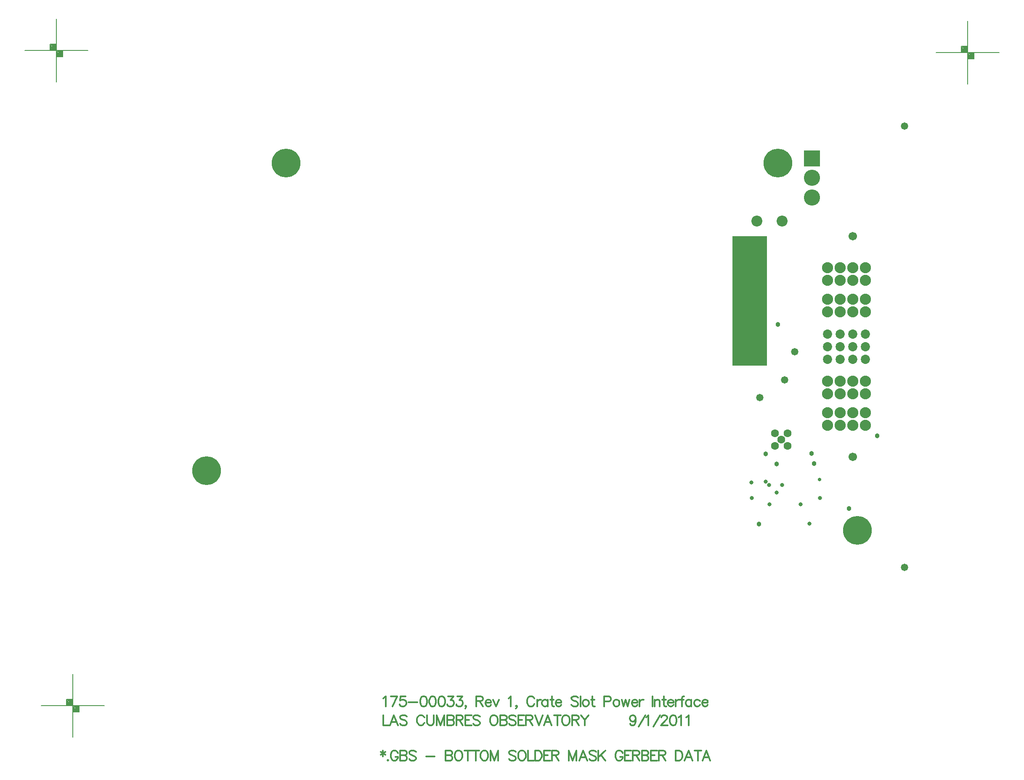
<source format=gbs>
%FSLAX23Y23*%
%MOIN*%
G70*
G01*
G75*
G04 Layer_Color=16711935*
%ADD10R,0.135X0.070*%
%ADD11O,0.024X0.079*%
%ADD12R,0.036X0.036*%
%ADD13O,0.014X0.067*%
%ADD14R,0.059X0.039*%
%ADD15R,0.050X0.050*%
%ADD16R,0.070X0.135*%
%ADD17C,0.010*%
%ADD18C,0.020*%
%ADD19C,0.012*%
%ADD20C,0.008*%
%ADD21C,0.012*%
%ADD22C,0.012*%
%ADD23C,0.220*%
%ADD24C,0.050*%
%ADD25C,0.059*%
%ADD26C,0.080*%
%ADD27C,0.065*%
%ADD28C,0.079*%
%ADD29C,0.120*%
%ADD30R,0.120X0.120*%
%ADD31C,0.055*%
%ADD32C,0.030*%
%ADD33C,0.024*%
%ADD34C,0.020*%
%ADD35C,0.040*%
%ADD36C,0.005*%
%ADD37C,0.206*%
%ADD38C,0.150*%
%ADD39C,0.190*%
%ADD40C,0.092*%
%ADD41C,0.110*%
%ADD42C,0.073*%
%ADD43C,0.055*%
%ADD44C,0.068*%
%ADD45C,0.087*%
%ADD46C,0.007*%
%ADD47C,0.010*%
%ADD48C,0.024*%
%ADD49C,0.010*%
%ADD50C,0.008*%
%ADD51C,0.006*%
%ADD52C,0.007*%
%ADD53C,0.039*%
%ADD54R,0.239X0.139*%
%ADD55R,0.143X0.078*%
%ADD56O,0.032X0.087*%
%ADD57R,0.044X0.044*%
%ADD58O,0.022X0.075*%
%ADD59R,0.067X0.047*%
%ADD60R,0.058X0.058*%
%ADD61R,0.078X0.143*%
%ADD62C,0.228*%
%ADD63C,0.058*%
%ADD64C,0.067*%
%ADD65C,0.088*%
%ADD66C,0.073*%
%ADD67C,0.087*%
%ADD68C,0.128*%
%ADD69R,0.128X0.128*%
%ADD70C,0.063*%
%ADD71C,0.038*%
%ADD72C,0.032*%
%ADD73C,0.028*%
%ADD74R,0.275X1.028*%
D19*
X22029Y14083D02*
Y14037D01*
X22010Y14072D02*
X22048Y14049D01*
Y14072D02*
X22010Y14049D01*
X22069Y14011D02*
X22065Y14007D01*
X22069Y14003D01*
X22072Y14007D01*
X22069Y14011D01*
X22147Y14064D02*
X22143Y14072D01*
X22136Y14079D01*
X22128Y14083D01*
X22113D01*
X22105Y14079D01*
X22098Y14072D01*
X22094Y14064D01*
X22090Y14053D01*
Y14034D01*
X22094Y14022D01*
X22098Y14015D01*
X22105Y14007D01*
X22113Y14003D01*
X22128D01*
X22136Y14007D01*
X22143Y14015D01*
X22147Y14022D01*
Y14034D01*
X22128D02*
X22147D01*
X22165Y14083D02*
Y14003D01*
Y14083D02*
X22200D01*
X22211Y14079D01*
X22215Y14075D01*
X22219Y14068D01*
Y14060D01*
X22215Y14053D01*
X22211Y14049D01*
X22200Y14045D01*
X22165D02*
X22200D01*
X22211Y14041D01*
X22215Y14037D01*
X22219Y14030D01*
Y14018D01*
X22215Y14011D01*
X22211Y14007D01*
X22200Y14003D01*
X22165D01*
X22290Y14072D02*
X22282Y14079D01*
X22271Y14083D01*
X22256D01*
X22244Y14079D01*
X22237Y14072D01*
Y14064D01*
X22240Y14056D01*
X22244Y14053D01*
X22252Y14049D01*
X22275Y14041D01*
X22282Y14037D01*
X22286Y14034D01*
X22290Y14026D01*
Y14015D01*
X22282Y14007D01*
X22271Y14003D01*
X22256D01*
X22244Y14007D01*
X22237Y14015D01*
X22371Y14037D02*
X22439D01*
X22526Y14083D02*
Y14003D01*
Y14083D02*
X22560D01*
X22571Y14079D01*
X22575Y14075D01*
X22579Y14068D01*
Y14060D01*
X22575Y14053D01*
X22571Y14049D01*
X22560Y14045D01*
X22526D02*
X22560D01*
X22571Y14041D01*
X22575Y14037D01*
X22579Y14030D01*
Y14018D01*
X22575Y14011D01*
X22571Y14007D01*
X22560Y14003D01*
X22526D01*
X22620Y14083D02*
X22612Y14079D01*
X22604Y14072D01*
X22601Y14064D01*
X22597Y14053D01*
Y14034D01*
X22601Y14022D01*
X22604Y14015D01*
X22612Y14007D01*
X22620Y14003D01*
X22635D01*
X22643Y14007D01*
X22650Y14015D01*
X22654Y14022D01*
X22658Y14034D01*
Y14053D01*
X22654Y14064D01*
X22650Y14072D01*
X22643Y14079D01*
X22635Y14083D01*
X22620D01*
X22703D02*
Y14003D01*
X22676Y14083D02*
X22730D01*
X22766D02*
Y14003D01*
X22739Y14083D02*
X22793D01*
X22825D02*
X22817Y14079D01*
X22810Y14072D01*
X22806Y14064D01*
X22802Y14053D01*
Y14034D01*
X22806Y14022D01*
X22810Y14015D01*
X22817Y14007D01*
X22825Y14003D01*
X22840D01*
X22848Y14007D01*
X22855Y14015D01*
X22859Y14022D01*
X22863Y14034D01*
Y14053D01*
X22859Y14064D01*
X22855Y14072D01*
X22848Y14079D01*
X22840Y14083D01*
X22825D01*
X22882D02*
Y14003D01*
Y14083D02*
X22912Y14003D01*
X22943Y14083D02*
X22912Y14003D01*
X22943Y14083D02*
Y14003D01*
X23082Y14072D02*
X23074Y14079D01*
X23063Y14083D01*
X23047D01*
X23036Y14079D01*
X23028Y14072D01*
Y14064D01*
X23032Y14056D01*
X23036Y14053D01*
X23044Y14049D01*
X23066Y14041D01*
X23074Y14037D01*
X23078Y14034D01*
X23082Y14026D01*
Y14015D01*
X23074Y14007D01*
X23063Y14003D01*
X23047D01*
X23036Y14007D01*
X23028Y14015D01*
X23122Y14083D02*
X23115Y14079D01*
X23107Y14072D01*
X23103Y14064D01*
X23100Y14053D01*
Y14034D01*
X23103Y14022D01*
X23107Y14015D01*
X23115Y14007D01*
X23122Y14003D01*
X23138D01*
X23145Y14007D01*
X23153Y14015D01*
X23157Y14022D01*
X23161Y14034D01*
Y14053D01*
X23157Y14064D01*
X23153Y14072D01*
X23145Y14079D01*
X23138Y14083D01*
X23122D01*
X23179D02*
Y14003D01*
X23225D01*
X23234Y14083D02*
Y14003D01*
Y14083D02*
X23260D01*
X23272Y14079D01*
X23279Y14072D01*
X23283Y14064D01*
X23287Y14053D01*
Y14034D01*
X23283Y14022D01*
X23279Y14015D01*
X23272Y14007D01*
X23260Y14003D01*
X23234D01*
X23354Y14083D02*
X23305D01*
Y14003D01*
X23354D01*
X23305Y14045D02*
X23335D01*
X23368Y14083D02*
Y14003D01*
Y14083D02*
X23402D01*
X23413Y14079D01*
X23417Y14075D01*
X23421Y14068D01*
Y14060D01*
X23417Y14053D01*
X23413Y14049D01*
X23402Y14045D01*
X23368D01*
X23394D02*
X23421Y14003D01*
X23502Y14083D02*
Y14003D01*
Y14083D02*
X23532Y14003D01*
X23563Y14083D02*
X23532Y14003D01*
X23563Y14083D02*
Y14003D01*
X23647D02*
X23616Y14083D01*
X23586Y14003D01*
X23597Y14030D02*
X23635D01*
X23719Y14072D02*
X23711Y14079D01*
X23699Y14083D01*
X23684D01*
X23673Y14079D01*
X23665Y14072D01*
Y14064D01*
X23669Y14056D01*
X23673Y14053D01*
X23680Y14049D01*
X23703Y14041D01*
X23711Y14037D01*
X23715Y14034D01*
X23719Y14026D01*
Y14015D01*
X23711Y14007D01*
X23699Y14003D01*
X23684D01*
X23673Y14007D01*
X23665Y14015D01*
X23736Y14083D02*
Y14003D01*
X23790Y14083D02*
X23736Y14030D01*
X23755Y14049D02*
X23790Y14003D01*
X23928Y14064D02*
X23924Y14072D01*
X23916Y14079D01*
X23909Y14083D01*
X23893D01*
X23886Y14079D01*
X23878Y14072D01*
X23874Y14064D01*
X23870Y14053D01*
Y14034D01*
X23874Y14022D01*
X23878Y14015D01*
X23886Y14007D01*
X23893Y14003D01*
X23909D01*
X23916Y14007D01*
X23924Y14015D01*
X23928Y14022D01*
Y14034D01*
X23909D02*
X23928D01*
X23995Y14083D02*
X23946D01*
Y14003D01*
X23995D01*
X23946Y14045D02*
X23976D01*
X24009Y14083D02*
Y14003D01*
Y14083D02*
X24043D01*
X24054Y14079D01*
X24058Y14075D01*
X24062Y14068D01*
Y14060D01*
X24058Y14053D01*
X24054Y14049D01*
X24043Y14045D01*
X24009D01*
X24035D02*
X24062Y14003D01*
X24080Y14083D02*
Y14003D01*
Y14083D02*
X24114D01*
X24126Y14079D01*
X24129Y14075D01*
X24133Y14068D01*
Y14060D01*
X24129Y14053D01*
X24126Y14049D01*
X24114Y14045D01*
X24080D02*
X24114D01*
X24126Y14041D01*
X24129Y14037D01*
X24133Y14030D01*
Y14018D01*
X24129Y14011D01*
X24126Y14007D01*
X24114Y14003D01*
X24080D01*
X24201Y14083D02*
X24151D01*
Y14003D01*
X24201D01*
X24151Y14045D02*
X24182D01*
X24214Y14083D02*
Y14003D01*
Y14083D02*
X24248D01*
X24260Y14079D01*
X24264Y14075D01*
X24267Y14068D01*
Y14060D01*
X24264Y14053D01*
X24260Y14049D01*
X24248Y14045D01*
X24214D01*
X24241D02*
X24267Y14003D01*
X24348Y14083D02*
Y14003D01*
Y14083D02*
X24375D01*
X24386Y14079D01*
X24394Y14072D01*
X24398Y14064D01*
X24401Y14053D01*
Y14034D01*
X24398Y14022D01*
X24394Y14015D01*
X24386Y14007D01*
X24375Y14003D01*
X24348D01*
X24480D02*
X24450Y14083D01*
X24419Y14003D01*
X24431Y14030D02*
X24469D01*
X24526Y14083D02*
Y14003D01*
X24499Y14083D02*
X24552D01*
X24623Y14003D02*
X24592Y14083D01*
X24562Y14003D01*
X24573Y14030D02*
X24611D01*
D20*
X19321Y14441D02*
X19821D01*
X19571Y14191D02*
Y14691D01*
X19521Y14441D02*
Y14491D01*
X19571D01*
X19621Y14391D02*
Y14441D01*
X19571Y14391D02*
X19621D01*
X19576Y14436D02*
X19616D01*
Y14396D02*
Y14436D01*
X19576Y14396D02*
X19616D01*
X19576D02*
Y14436D01*
X19581Y14431D02*
X19611D01*
Y14401D02*
Y14431D01*
X19581Y14401D02*
X19611D01*
X19581D02*
Y14426D01*
X19586D02*
X19606D01*
Y14406D02*
Y14426D01*
X19586Y14406D02*
X19606D01*
X19586D02*
Y14421D01*
X19591D02*
X19601D01*
Y14411D02*
Y14421D01*
X19591Y14411D02*
X19601D01*
X19591D02*
Y14421D01*
Y14416D02*
X19601D01*
X19526Y14486D02*
X19566D01*
Y14446D02*
Y14486D01*
X19526Y14446D02*
X19566D01*
X19526D02*
Y14486D01*
X19531Y14481D02*
X19561D01*
Y14451D02*
Y14481D01*
X19531Y14451D02*
X19561D01*
X19531D02*
Y14476D01*
X19536D02*
X19556D01*
Y14456D02*
Y14476D01*
X19536Y14456D02*
X19556D01*
X19536D02*
Y14471D01*
X19541D02*
X19551D01*
Y14461D02*
Y14471D01*
X19541Y14461D02*
X19551D01*
X19541D02*
Y14471D01*
Y14466D02*
X19551D01*
X19192Y19635D02*
X19692D01*
X19442Y19385D02*
Y19885D01*
X19392Y19635D02*
Y19685D01*
X19442D01*
X19492Y19585D02*
Y19635D01*
X19442Y19585D02*
X19492D01*
X19447Y19630D02*
X19487D01*
Y19590D02*
Y19630D01*
X19447Y19590D02*
X19487D01*
X19447D02*
Y19630D01*
X19452Y19625D02*
X19482D01*
Y19595D02*
Y19625D01*
X19452Y19595D02*
X19482D01*
X19452D02*
Y19620D01*
X19457D02*
X19477D01*
Y19600D02*
Y19620D01*
X19457Y19600D02*
X19477D01*
X19457D02*
Y19615D01*
X19462D02*
X19472D01*
Y19605D02*
Y19615D01*
X19462Y19605D02*
X19472D01*
X19462D02*
Y19615D01*
Y19610D02*
X19472D01*
X19397Y19680D02*
X19437D01*
Y19640D02*
Y19680D01*
X19397Y19640D02*
X19437D01*
X19397D02*
Y19680D01*
X19402Y19675D02*
X19432D01*
Y19645D02*
Y19675D01*
X19402Y19645D02*
X19432D01*
X19402D02*
Y19670D01*
X19407D02*
X19427D01*
Y19650D02*
Y19670D01*
X19407Y19650D02*
X19427D01*
X19407D02*
Y19665D01*
X19412D02*
X19422D01*
Y19655D02*
Y19665D01*
X19412Y19655D02*
X19422D01*
X19412D02*
Y19665D01*
Y19660D02*
X19422D01*
X26412Y19619D02*
X26912D01*
X26662Y19369D02*
Y19869D01*
X26612Y19619D02*
Y19669D01*
X26662D01*
X26712Y19569D02*
Y19619D01*
X26662Y19569D02*
X26712D01*
X26667Y19614D02*
X26707D01*
Y19574D02*
Y19614D01*
X26667Y19574D02*
X26707D01*
X26667D02*
Y19614D01*
X26672Y19609D02*
X26702D01*
Y19579D02*
Y19609D01*
X26672Y19579D02*
X26702D01*
X26672D02*
Y19604D01*
X26677D02*
X26697D01*
Y19584D02*
Y19604D01*
X26677Y19584D02*
X26697D01*
X26677D02*
Y19599D01*
X26682D02*
X26692D01*
Y19589D02*
Y19599D01*
X26682Y19589D02*
X26692D01*
X26682D02*
Y19599D01*
Y19594D02*
X26692D01*
X26617Y19664D02*
X26657D01*
Y19624D02*
Y19664D01*
X26617Y19624D02*
X26657D01*
X26617D02*
Y19664D01*
X26622Y19659D02*
X26652D01*
Y19629D02*
Y19659D01*
X26622Y19629D02*
X26652D01*
X26622D02*
Y19654D01*
X26627D02*
X26647D01*
Y19634D02*
Y19654D01*
X26627Y19634D02*
X26647D01*
X26627D02*
Y19649D01*
X26632D02*
X26642D01*
Y19639D02*
Y19649D01*
X26632Y19639D02*
X26642D01*
X26632D02*
Y19649D01*
Y19644D02*
X26642D01*
D21*
X22031Y14498D02*
X22039Y14502D01*
X22050Y14514D01*
Y14434D01*
X22143Y14514D02*
X22105Y14434D01*
X22090Y14514D02*
X22143D01*
X22207D02*
X22169D01*
X22165Y14479D01*
X22169Y14483D01*
X22180Y14487D01*
X22192D01*
X22203Y14483D01*
X22211Y14476D01*
X22215Y14464D01*
Y14457D01*
X22211Y14445D01*
X22203Y14438D01*
X22192Y14434D01*
X22180D01*
X22169Y14438D01*
X22165Y14441D01*
X22161Y14449D01*
X22232Y14468D02*
X22301D01*
X22347Y14514D02*
X22336Y14510D01*
X22328Y14498D01*
X22325Y14479D01*
Y14468D01*
X22328Y14449D01*
X22336Y14438D01*
X22347Y14434D01*
X22355D01*
X22367Y14438D01*
X22374Y14449D01*
X22378Y14468D01*
Y14479D01*
X22374Y14498D01*
X22367Y14510D01*
X22355Y14514D01*
X22347D01*
X22419D02*
X22407Y14510D01*
X22400Y14498D01*
X22396Y14479D01*
Y14468D01*
X22400Y14449D01*
X22407Y14438D01*
X22419Y14434D01*
X22426D01*
X22438Y14438D01*
X22445Y14449D01*
X22449Y14468D01*
Y14479D01*
X22445Y14498D01*
X22438Y14510D01*
X22426Y14514D01*
X22419D01*
X22490D02*
X22478Y14510D01*
X22471Y14498D01*
X22467Y14479D01*
Y14468D01*
X22471Y14449D01*
X22478Y14438D01*
X22490Y14434D01*
X22498D01*
X22509Y14438D01*
X22517Y14449D01*
X22520Y14468D01*
Y14479D01*
X22517Y14498D01*
X22509Y14510D01*
X22498Y14514D01*
X22490D01*
X22546D02*
X22588D01*
X22565Y14483D01*
X22576D01*
X22584Y14479D01*
X22588Y14476D01*
X22592Y14464D01*
Y14457D01*
X22588Y14445D01*
X22580Y14438D01*
X22569Y14434D01*
X22557D01*
X22546Y14438D01*
X22542Y14441D01*
X22538Y14449D01*
X22617Y14514D02*
X22659D01*
X22636Y14483D01*
X22648D01*
X22655Y14479D01*
X22659Y14476D01*
X22663Y14464D01*
Y14457D01*
X22659Y14445D01*
X22651Y14438D01*
X22640Y14434D01*
X22629D01*
X22617Y14438D01*
X22613Y14441D01*
X22610Y14449D01*
X22688Y14438D02*
X22685Y14434D01*
X22681Y14438D01*
X22685Y14441D01*
X22688Y14438D01*
Y14430D01*
X22685Y14422D01*
X22681Y14418D01*
X22769Y14514D02*
Y14434D01*
Y14514D02*
X22803D01*
X22814Y14510D01*
X22818Y14506D01*
X22822Y14498D01*
Y14491D01*
X22818Y14483D01*
X22814Y14479D01*
X22803Y14476D01*
X22769D01*
X22795D02*
X22822Y14434D01*
X22840Y14464D02*
X22886D01*
Y14472D01*
X22882Y14479D01*
X22878Y14483D01*
X22870Y14487D01*
X22859D01*
X22851Y14483D01*
X22844Y14476D01*
X22840Y14464D01*
Y14457D01*
X22844Y14445D01*
X22851Y14438D01*
X22859Y14434D01*
X22870D01*
X22878Y14438D01*
X22886Y14445D01*
X22903Y14487D02*
X22926Y14434D01*
X22948Y14487D02*
X22926Y14434D01*
X23024Y14498D02*
X23032Y14502D01*
X23043Y14514D01*
Y14434D01*
X23091Y14438D02*
X23087Y14434D01*
X23083Y14438D01*
X23087Y14441D01*
X23091Y14438D01*
Y14430D01*
X23087Y14422D01*
X23083Y14418D01*
X23228Y14495D02*
X23224Y14502D01*
X23217Y14510D01*
X23209Y14514D01*
X23194D01*
X23186Y14510D01*
X23179Y14502D01*
X23175Y14495D01*
X23171Y14483D01*
Y14464D01*
X23175Y14453D01*
X23179Y14445D01*
X23186Y14438D01*
X23194Y14434D01*
X23209D01*
X23217Y14438D01*
X23224Y14445D01*
X23228Y14453D01*
X23251Y14487D02*
Y14434D01*
Y14464D02*
X23254Y14476D01*
X23262Y14483D01*
X23270Y14487D01*
X23281D01*
X23334D02*
Y14434D01*
Y14476D02*
X23326Y14483D01*
X23319Y14487D01*
X23307D01*
X23300Y14483D01*
X23292Y14476D01*
X23288Y14464D01*
Y14457D01*
X23292Y14445D01*
X23300Y14438D01*
X23307Y14434D01*
X23319D01*
X23326Y14438D01*
X23334Y14445D01*
X23367Y14514D02*
Y14449D01*
X23370Y14438D01*
X23378Y14434D01*
X23386D01*
X23355Y14487D02*
X23382D01*
X23397Y14464D02*
X23443D01*
Y14472D01*
X23439Y14479D01*
X23435Y14483D01*
X23428Y14487D01*
X23416D01*
X23409Y14483D01*
X23401Y14476D01*
X23397Y14464D01*
Y14457D01*
X23401Y14445D01*
X23409Y14438D01*
X23416Y14434D01*
X23428D01*
X23435Y14438D01*
X23443Y14445D01*
X23576Y14502D02*
X23569Y14510D01*
X23557Y14514D01*
X23542D01*
X23530Y14510D01*
X23523Y14502D01*
Y14495D01*
X23527Y14487D01*
X23530Y14483D01*
X23538Y14479D01*
X23561Y14472D01*
X23569Y14468D01*
X23572Y14464D01*
X23576Y14457D01*
Y14445D01*
X23569Y14438D01*
X23557Y14434D01*
X23542D01*
X23530Y14438D01*
X23523Y14445D01*
X23594Y14514D02*
Y14434D01*
X23630Y14487D02*
X23622Y14483D01*
X23615Y14476D01*
X23611Y14464D01*
Y14457D01*
X23615Y14445D01*
X23622Y14438D01*
X23630Y14434D01*
X23641D01*
X23649Y14438D01*
X23657Y14445D01*
X23660Y14457D01*
Y14464D01*
X23657Y14476D01*
X23649Y14483D01*
X23641Y14487D01*
X23630D01*
X23689Y14514D02*
Y14449D01*
X23693Y14438D01*
X23701Y14434D01*
X23708D01*
X23678Y14487D02*
X23705D01*
X23783Y14472D02*
X23817D01*
X23828Y14476D01*
X23832Y14479D01*
X23836Y14487D01*
Y14498D01*
X23832Y14506D01*
X23828Y14510D01*
X23817Y14514D01*
X23783D01*
Y14434D01*
X23873Y14487D02*
X23865Y14483D01*
X23858Y14476D01*
X23854Y14464D01*
Y14457D01*
X23858Y14445D01*
X23865Y14438D01*
X23873Y14434D01*
X23884D01*
X23892Y14438D01*
X23900Y14445D01*
X23903Y14457D01*
Y14464D01*
X23900Y14476D01*
X23892Y14483D01*
X23884Y14487D01*
X23873D01*
X23921D02*
X23936Y14434D01*
X23951Y14487D02*
X23936Y14434D01*
X23951Y14487D02*
X23967Y14434D01*
X23982Y14487D02*
X23967Y14434D01*
X24000Y14464D02*
X24046D01*
Y14472D01*
X24042Y14479D01*
X24039Y14483D01*
X24031Y14487D01*
X24019D01*
X24012Y14483D01*
X24004Y14476D01*
X24000Y14464D01*
Y14457D01*
X24004Y14445D01*
X24012Y14438D01*
X24019Y14434D01*
X24031D01*
X24039Y14438D01*
X24046Y14445D01*
X24063Y14487D02*
Y14434D01*
Y14464D02*
X24067Y14476D01*
X24075Y14483D01*
X24082Y14487D01*
X24094D01*
X24164Y14514D02*
Y14434D01*
X24181Y14487D02*
Y14434D01*
Y14472D02*
X24192Y14483D01*
X24200Y14487D01*
X24211D01*
X24219Y14483D01*
X24222Y14472D01*
Y14434D01*
X24255Y14514D02*
Y14449D01*
X24259Y14438D01*
X24266Y14434D01*
X24274D01*
X24243Y14487D02*
X24270D01*
X24285Y14464D02*
X24331D01*
Y14472D01*
X24327Y14479D01*
X24323Y14483D01*
X24316Y14487D01*
X24304D01*
X24297Y14483D01*
X24289Y14476D01*
X24285Y14464D01*
Y14457D01*
X24289Y14445D01*
X24297Y14438D01*
X24304Y14434D01*
X24316D01*
X24323Y14438D01*
X24331Y14445D01*
X24348Y14487D02*
Y14434D01*
Y14464D02*
X24352Y14476D01*
X24360Y14483D01*
X24367Y14487D01*
X24379D01*
X24416Y14514D02*
X24409D01*
X24401Y14510D01*
X24397Y14498D01*
Y14434D01*
X24386Y14487D02*
X24413D01*
X24473D02*
Y14434D01*
Y14476D02*
X24466Y14483D01*
X24458Y14487D01*
X24447D01*
X24439Y14483D01*
X24432Y14476D01*
X24428Y14464D01*
Y14457D01*
X24432Y14445D01*
X24439Y14438D01*
X24447Y14434D01*
X24458D01*
X24466Y14438D01*
X24473Y14445D01*
X24541Y14476D02*
X24533Y14483D01*
X24525Y14487D01*
X24514D01*
X24506Y14483D01*
X24499Y14476D01*
X24495Y14464D01*
Y14457D01*
X24499Y14445D01*
X24506Y14438D01*
X24514Y14434D01*
X24525D01*
X24533Y14438D01*
X24541Y14445D01*
X24558Y14464D02*
X24603D01*
Y14472D01*
X24600Y14479D01*
X24596Y14483D01*
X24588Y14487D01*
X24577D01*
X24569Y14483D01*
X24561Y14476D01*
X24558Y14464D01*
Y14457D01*
X24561Y14445D01*
X24569Y14438D01*
X24577Y14434D01*
X24588D01*
X24596Y14438D01*
X24603Y14445D01*
D22*
X22031Y14364D02*
Y14284D01*
X22077D01*
X22147D02*
X22116Y14364D01*
X22086Y14284D01*
X22097Y14310D02*
X22135D01*
X22219Y14352D02*
X22211Y14360D01*
X22200Y14364D01*
X22184D01*
X22173Y14360D01*
X22165Y14352D01*
Y14345D01*
X22169Y14337D01*
X22173Y14333D01*
X22181Y14329D01*
X22204Y14322D01*
X22211Y14318D01*
X22215Y14314D01*
X22219Y14307D01*
Y14295D01*
X22211Y14287D01*
X22200Y14284D01*
X22184D01*
X22173Y14287D01*
X22165Y14295D01*
X22357Y14345D02*
X22353Y14352D01*
X22345Y14360D01*
X22338Y14364D01*
X22322D01*
X22315Y14360D01*
X22307Y14352D01*
X22303Y14345D01*
X22299Y14333D01*
Y14314D01*
X22303Y14303D01*
X22307Y14295D01*
X22315Y14287D01*
X22322Y14284D01*
X22338D01*
X22345Y14287D01*
X22353Y14295D01*
X22357Y14303D01*
X22379Y14364D02*
Y14307D01*
X22383Y14295D01*
X22391Y14287D01*
X22402Y14284D01*
X22410D01*
X22421Y14287D01*
X22429Y14295D01*
X22432Y14307D01*
Y14364D01*
X22454D02*
Y14284D01*
Y14364D02*
X22485Y14284D01*
X22515Y14364D02*
X22485Y14284D01*
X22515Y14364D02*
Y14284D01*
X22538Y14364D02*
Y14284D01*
Y14364D02*
X22573D01*
X22584Y14360D01*
X22588Y14356D01*
X22592Y14348D01*
Y14341D01*
X22588Y14333D01*
X22584Y14329D01*
X22573Y14326D01*
X22538D02*
X22573D01*
X22584Y14322D01*
X22588Y14318D01*
X22592Y14310D01*
Y14299D01*
X22588Y14291D01*
X22584Y14287D01*
X22573Y14284D01*
X22538D01*
X22610Y14364D02*
Y14284D01*
Y14364D02*
X22644D01*
X22655Y14360D01*
X22659Y14356D01*
X22663Y14348D01*
Y14341D01*
X22659Y14333D01*
X22655Y14329D01*
X22644Y14326D01*
X22610D01*
X22636D02*
X22663Y14284D01*
X22730Y14364D02*
X22681D01*
Y14284D01*
X22730D01*
X22681Y14326D02*
X22711D01*
X22797Y14352D02*
X22789Y14360D01*
X22778Y14364D01*
X22763D01*
X22751Y14360D01*
X22744Y14352D01*
Y14345D01*
X22747Y14337D01*
X22751Y14333D01*
X22759Y14329D01*
X22782Y14322D01*
X22789Y14318D01*
X22793Y14314D01*
X22797Y14307D01*
Y14295D01*
X22789Y14287D01*
X22778Y14284D01*
X22763D01*
X22751Y14287D01*
X22744Y14295D01*
X22900Y14364D02*
X22893Y14360D01*
X22885Y14352D01*
X22881Y14345D01*
X22878Y14333D01*
Y14314D01*
X22881Y14303D01*
X22885Y14295D01*
X22893Y14287D01*
X22900Y14284D01*
X22916D01*
X22923Y14287D01*
X22931Y14295D01*
X22935Y14303D01*
X22939Y14314D01*
Y14333D01*
X22935Y14345D01*
X22931Y14352D01*
X22923Y14360D01*
X22916Y14364D01*
X22900D01*
X22957D02*
Y14284D01*
Y14364D02*
X22992D01*
X23003Y14360D01*
X23007Y14356D01*
X23011Y14348D01*
Y14341D01*
X23007Y14333D01*
X23003Y14329D01*
X22992Y14326D01*
X22957D02*
X22992D01*
X23003Y14322D01*
X23007Y14318D01*
X23011Y14310D01*
Y14299D01*
X23007Y14291D01*
X23003Y14287D01*
X22992Y14284D01*
X22957D01*
X23082Y14352D02*
X23074Y14360D01*
X23063Y14364D01*
X23048D01*
X23036Y14360D01*
X23028Y14352D01*
Y14345D01*
X23032Y14337D01*
X23036Y14333D01*
X23044Y14329D01*
X23067Y14322D01*
X23074Y14318D01*
X23078Y14314D01*
X23082Y14307D01*
Y14295D01*
X23074Y14287D01*
X23063Y14284D01*
X23048D01*
X23036Y14287D01*
X23028Y14295D01*
X23149Y14364D02*
X23100D01*
Y14284D01*
X23149D01*
X23100Y14326D02*
X23130D01*
X23163Y14364D02*
Y14284D01*
Y14364D02*
X23197D01*
X23208Y14360D01*
X23212Y14356D01*
X23216Y14348D01*
Y14341D01*
X23212Y14333D01*
X23208Y14329D01*
X23197Y14326D01*
X23163D01*
X23189D02*
X23216Y14284D01*
X23234Y14364D02*
X23264Y14284D01*
X23295Y14364D02*
X23264Y14284D01*
X23366D02*
X23335Y14364D01*
X23305Y14284D01*
X23316Y14310D02*
X23354D01*
X23411Y14364D02*
Y14284D01*
X23385Y14364D02*
X23438D01*
X23470D02*
X23463Y14360D01*
X23455Y14352D01*
X23451Y14345D01*
X23447Y14333D01*
Y14314D01*
X23451Y14303D01*
X23455Y14295D01*
X23463Y14287D01*
X23470Y14284D01*
X23486D01*
X23493Y14287D01*
X23501Y14295D01*
X23505Y14303D01*
X23508Y14314D01*
Y14333D01*
X23505Y14345D01*
X23501Y14352D01*
X23493Y14360D01*
X23486Y14364D01*
X23470D01*
X23527D02*
Y14284D01*
Y14364D02*
X23561D01*
X23573Y14360D01*
X23577Y14356D01*
X23580Y14348D01*
Y14341D01*
X23577Y14333D01*
X23573Y14329D01*
X23561Y14326D01*
X23527D01*
X23554D02*
X23580Y14284D01*
X23598Y14364D02*
X23629Y14326D01*
Y14284D01*
X23659Y14364D02*
X23629Y14326D01*
X24033Y14337D02*
X24029Y14326D01*
X24022Y14318D01*
X24010Y14314D01*
X24007D01*
X23995Y14318D01*
X23987Y14326D01*
X23984Y14337D01*
Y14341D01*
X23987Y14352D01*
X23995Y14360D01*
X24007Y14364D01*
X24010D01*
X24022Y14360D01*
X24029Y14352D01*
X24033Y14337D01*
Y14318D01*
X24029Y14299D01*
X24022Y14287D01*
X24010Y14284D01*
X24003D01*
X23991Y14287D01*
X23987Y14295D01*
X24055Y14272D02*
X24108Y14364D01*
X24114Y14348D02*
X24121Y14352D01*
X24133Y14364D01*
Y14284D01*
X24172Y14272D02*
X24226Y14364D01*
X24235Y14345D02*
Y14348D01*
X24238Y14356D01*
X24242Y14360D01*
X24250Y14364D01*
X24265D01*
X24273Y14360D01*
X24277Y14356D01*
X24280Y14348D01*
Y14341D01*
X24277Y14333D01*
X24269Y14322D01*
X24231Y14284D01*
X24284D01*
X24325Y14364D02*
X24314Y14360D01*
X24306Y14348D01*
X24302Y14329D01*
Y14318D01*
X24306Y14299D01*
X24314Y14287D01*
X24325Y14284D01*
X24333D01*
X24344Y14287D01*
X24352Y14299D01*
X24355Y14318D01*
Y14329D01*
X24352Y14348D01*
X24344Y14360D01*
X24333Y14364D01*
X24325D01*
X24373Y14348D02*
X24381Y14352D01*
X24392Y14364D01*
Y14284D01*
X24432Y14348D02*
X24440Y14352D01*
X24451Y14364D01*
Y14284D01*
D62*
X21260Y18744D02*
D03*
X25157D02*
D03*
X20630Y16303D02*
D03*
X25787Y15831D02*
D03*
D63*
X26161Y15538D02*
D03*
Y19038D02*
D03*
X25016Y16882D02*
D03*
X25211Y17022D02*
D03*
X25291Y17248D02*
D03*
D64*
X25751Y16413D02*
D03*
Y18163D02*
D03*
D65*
X25851Y17913D02*
D03*
X25751D02*
D03*
X25651D02*
D03*
X25551D02*
D03*
Y17813D02*
D03*
X25651D02*
D03*
X25751D02*
D03*
X25851D02*
D03*
X25551Y17663D02*
D03*
X25651D02*
D03*
X25751D02*
D03*
X25851D02*
D03*
X25551Y17563D02*
D03*
X25651D02*
D03*
X25751D02*
D03*
X25851D02*
D03*
Y16663D02*
D03*
X25751D02*
D03*
X25651D02*
D03*
X25551D02*
D03*
X25851Y16763D02*
D03*
X25751D02*
D03*
X25651D02*
D03*
X25551D02*
D03*
X25851Y16913D02*
D03*
X25751D02*
D03*
X25651D02*
D03*
X25551D02*
D03*
Y17013D02*
D03*
X25651D02*
D03*
X25751D02*
D03*
X25851D02*
D03*
D66*
Y17188D02*
D03*
X25751D02*
D03*
X25651D02*
D03*
X25551D02*
D03*
X25851Y17288D02*
D03*
X25751D02*
D03*
X25651D02*
D03*
X25551D02*
D03*
X25851Y17388D02*
D03*
X25751D02*
D03*
X25651D02*
D03*
X25551D02*
D03*
D67*
X24991Y18283D02*
D03*
X25191D02*
D03*
D68*
X25427Y18469D02*
D03*
Y18625D02*
D03*
D69*
Y18781D02*
D03*
D70*
X25236Y16500D02*
D03*
X25136D02*
D03*
Y16600D02*
D03*
X25236D02*
D03*
X25186Y16550D02*
D03*
D71*
X25721Y16003D02*
D03*
X25945Y16579D02*
D03*
X25445Y16360D02*
D03*
X25148Y16356D02*
D03*
X25424Y16439D02*
D03*
X25063Y16435D02*
D03*
X25009Y15879D02*
D03*
X25158Y17463D02*
D03*
D72*
X24947Y16209D02*
D03*
X24953Y16087D02*
D03*
X25492Y16085D02*
D03*
X25063Y16217D02*
D03*
X25409Y15883D02*
D03*
X25093Y16038D02*
D03*
X25339Y16037D02*
D03*
X25191Y16191D02*
D03*
X25149Y16130D02*
D03*
X25089Y16190D02*
D03*
D73*
X25487Y16233D02*
D03*
D74*
X24935Y17650D02*
D03*
M02*

</source>
